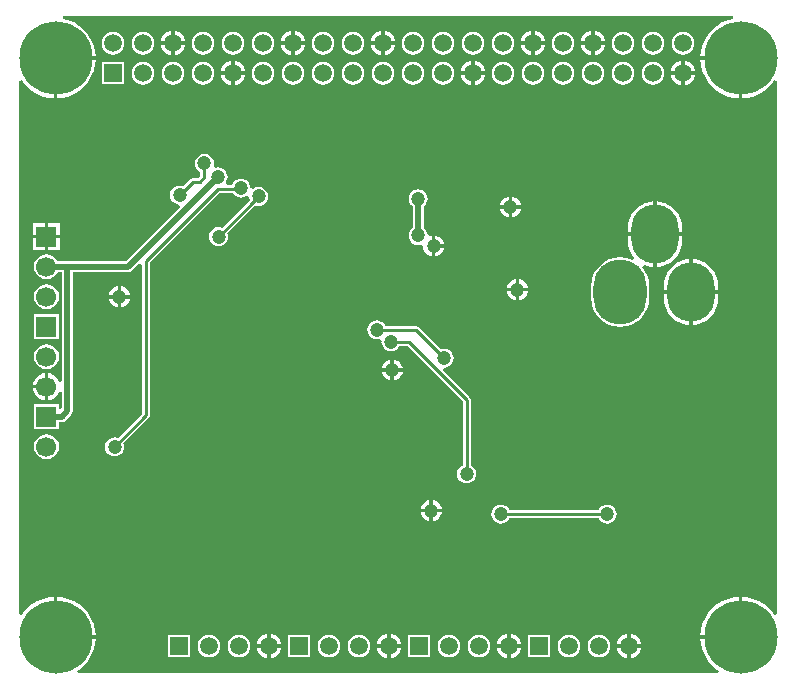
<source format=gbl>
%FSLAX44Y44*%
%MOMM*%
G71*
G01*
G75*
G04 Layer_Physical_Order=2*
G04 Layer_Color=16711680*
%ADD10R,0.9000X0.7000*%
%ADD11R,0.6500X1.1000*%
%ADD12O,0.6000X2.2000*%
%ADD13R,0.8000X0.9000*%
%ADD14R,0.7000X0.9000*%
%ADD15O,0.6000X1.9000*%
%ADD16R,0.6000X1.1500*%
%ADD17R,1.1500X0.6000*%
%ADD18R,0.9000X0.8000*%
G04:AMPARAMS|DCode=19|XSize=1.9mm|YSize=3.2mm|CornerRadius=0mm|HoleSize=0mm|Usage=FLASHONLY|Rotation=90.000|XOffset=0mm|YOffset=0mm|HoleType=Round|Shape=Octagon|*
%AMOCTAGOND19*
4,1,8,-1.6000,-0.4750,-1.6000,0.4750,-1.1250,0.9500,1.1250,0.9500,1.6000,0.4750,1.6000,-0.4750,1.1250,-0.9500,-1.1250,-0.9500,-1.6000,-0.4750,0.0*
%
%ADD19OCTAGOND19*%

%ADD20R,1.4000X0.6000*%
%ADD21R,1.8000X0.6000*%
%ADD22R,1.2000X1.4000*%
%ADD23C,0.5000*%
%ADD24C,0.2500*%
%ADD25C,1.5000*%
%ADD26R,1.5000X1.5000*%
%ADD27O,4.0000X5.0000*%
%ADD28O,4.5000X5.5000*%
%ADD29C,1.7000*%
%ADD30R,1.7000X1.7000*%
%ADD31C,6.2000*%
%ADD32C,1.2000*%
G36*
X958639Y793439D02*
X954461Y792436D01*
X949517Y790388D01*
X944954Y787592D01*
X940884Y784116D01*
X937408Y780046D01*
X934612Y775483D01*
X932564Y770539D01*
X931315Y765335D01*
X931013Y761500D01*
X965000D01*
Y760000D01*
X966500D01*
Y726013D01*
X970335Y726315D01*
X975539Y727564D01*
X980483Y729612D01*
X985046Y732408D01*
X989116Y735884D01*
X992592Y739954D01*
X993515Y741461D01*
X995922Y740783D01*
Y289217D01*
X993515Y288539D01*
X992592Y290047D01*
X989116Y294116D01*
X985046Y297592D01*
X980483Y300388D01*
X975539Y302436D01*
X970335Y303685D01*
X966500Y303987D01*
Y270000D01*
X965000D01*
Y268500D01*
X931013D01*
X931315Y264665D01*
X932564Y259461D01*
X934612Y254517D01*
X937408Y249953D01*
X940884Y245884D01*
X944954Y242408D01*
X946461Y241485D01*
X945783Y239078D01*
X404217D01*
X403539Y241485D01*
X405047Y242408D01*
X409116Y245884D01*
X412592Y249953D01*
X415388Y254517D01*
X417436Y259461D01*
X418685Y264665D01*
X418987Y268500D01*
X385000D01*
Y270000D01*
X383500D01*
Y303987D01*
X379665Y303685D01*
X374461Y302436D01*
X369517Y300388D01*
X364953Y297592D01*
X360884Y294116D01*
X357408Y290047D01*
X356484Y288539D01*
X354078Y289217D01*
Y293000D01*
X354078Y293000D01*
X354078Y293000D01*
Y293000D01*
Y740783D01*
X356484Y741461D01*
X357408Y739954D01*
X360884Y735884D01*
X364953Y732408D01*
X369517Y729612D01*
X374461Y727564D01*
X379665Y726315D01*
X383500Y726013D01*
Y760000D01*
X385000D01*
Y761500D01*
X418987D01*
X418685Y765335D01*
X417436Y770539D01*
X415388Y775483D01*
X412592Y780046D01*
X409116Y784116D01*
X405047Y787592D01*
X400483Y790388D01*
X395539Y792436D01*
X391361Y793439D01*
X391655Y795922D01*
X958345D01*
X958639Y793439D01*
D02*
G37*
%LPC*%
G36*
X377300Y568691D02*
X374559Y568330D01*
X372005Y567272D01*
X369811Y565589D01*
X368128Y563395D01*
X367070Y560841D01*
X366709Y558100D01*
X367070Y555359D01*
X368128Y552805D01*
X369811Y550611D01*
X372005Y548928D01*
X374559Y547870D01*
X377300Y547509D01*
X380041Y547870D01*
X382595Y548928D01*
X384789Y550611D01*
X386472Y552805D01*
X387530Y555359D01*
X387891Y558100D01*
X387530Y560841D01*
X386472Y563395D01*
X384789Y565589D01*
X382595Y567272D01*
X380041Y568330D01*
X377300Y568691D01*
D02*
G37*
G36*
X437500Y556500D02*
X430120D01*
X430232Y555651D01*
X431138Y553461D01*
X432581Y551581D01*
X434461Y550139D01*
X436651Y549232D01*
X437500Y549120D01*
Y556500D01*
D02*
G37*
G36*
X921500Y560500D02*
X899889D01*
Y557000D01*
X900333Y552491D01*
X901648Y548156D01*
X903784Y544160D01*
X906658Y540658D01*
X910160Y537784D01*
X914156Y535648D01*
X918491Y534333D01*
X921500Y534036D01*
Y560500D01*
D02*
G37*
G36*
X946111D02*
X924500D01*
Y534036D01*
X927509Y534333D01*
X931844Y535648D01*
X935840Y537784D01*
X939342Y540658D01*
X942216Y544160D01*
X944352Y548156D01*
X945667Y552491D01*
X946111Y557000D01*
Y560500D01*
D02*
G37*
G36*
X774500Y562500D02*
X767120D01*
X767232Y561651D01*
X768139Y559461D01*
X769581Y557581D01*
X771461Y556138D01*
X773651Y555232D01*
X774500Y555120D01*
Y562500D01*
D02*
G37*
G36*
X784880D02*
X777500D01*
Y555120D01*
X778350Y555232D01*
X780539Y556138D01*
X782419Y557581D01*
X783861Y559461D01*
X784768Y561651D01*
X784880Y562500D01*
D02*
G37*
G36*
X437500Y566880D02*
X436651Y566768D01*
X434461Y565862D01*
X432581Y564419D01*
X431138Y562539D01*
X430232Y560350D01*
X430120Y559500D01*
X437500D01*
Y566880D01*
D02*
G37*
G36*
X447880Y556500D02*
X440500D01*
Y549120D01*
X441349Y549232D01*
X443539Y550139D01*
X445419Y551581D01*
X446861Y553461D01*
X447768Y555651D01*
X447880Y556500D01*
D02*
G37*
G36*
X387800Y543200D02*
X366800D01*
Y522200D01*
X387800D01*
Y543200D01*
D02*
G37*
G36*
X668499Y494499D02*
X661118D01*
X661230Y493649D01*
X662137Y491460D01*
X663580Y489580D01*
X665460Y488138D01*
X667649Y487231D01*
X668499Y487119D01*
Y494499D01*
D02*
G37*
G36*
X678879D02*
X671499D01*
Y487119D01*
X672348Y487231D01*
X674538Y488138D01*
X676417Y489580D01*
X677860Y491460D01*
X678767Y493649D01*
X678879Y494499D01*
D02*
G37*
G36*
X375800Y480400D02*
X365898D01*
X366096Y478898D01*
X367255Y476100D01*
X369098Y473698D01*
X371500Y471855D01*
X374298Y470696D01*
X375800Y470498D01*
Y480400D01*
D02*
G37*
G36*
Y493302D02*
X374298Y493104D01*
X371500Y491945D01*
X369098Y490102D01*
X367255Y487700D01*
X366096Y484902D01*
X365898Y483400D01*
X375800D01*
Y493302D01*
D02*
G37*
G36*
X671499Y504879D02*
Y497499D01*
X678879D01*
X678767Y498349D01*
X677860Y500538D01*
X676417Y502418D01*
X674538Y503861D01*
X672348Y504767D01*
X671499Y504879D01*
D02*
G37*
G36*
X656999Y538068D02*
X654910Y537793D01*
X652964Y536987D01*
X651293Y535705D01*
X650011Y534034D01*
X649205Y532087D01*
X648930Y529999D01*
X649205Y527910D01*
X650011Y525964D01*
X651293Y524293D01*
X652964Y523011D01*
X654910Y522205D01*
X656999Y521930D01*
X659087Y522205D01*
X659087Y522205D01*
X659087Y522205D01*
X659369Y522189D01*
X660965Y520265D01*
X660930Y519999D01*
X661205Y517910D01*
X662011Y515964D01*
X663293Y514293D01*
X664964Y513011D01*
X666910Y512205D01*
X668999Y511930D01*
X671087Y512205D01*
X673033Y513011D01*
X674704Y514293D01*
X675987Y515964D01*
X676285Y516685D01*
X682444D01*
X729686Y469443D01*
Y415286D01*
X728966Y414988D01*
X727294Y413706D01*
X726012Y412034D01*
X725206Y410088D01*
X724931Y408000D01*
X725206Y405912D01*
X726012Y403965D01*
X727294Y402294D01*
X728966Y401012D01*
X730912Y400206D01*
X733000Y399931D01*
X735088Y400206D01*
X737035Y401012D01*
X738706Y402294D01*
X739988Y403965D01*
X740794Y405912D01*
X741069Y408000D01*
X740794Y410088D01*
X739988Y412034D01*
X738706Y413706D01*
X737035Y414988D01*
X736314Y415286D01*
Y470816D01*
X736103Y471874D01*
X736061Y472084D01*
X735343Y473159D01*
X712802Y495700D01*
X713908Y497942D01*
X713999Y497930D01*
X716087Y498205D01*
X718033Y499011D01*
X719704Y500293D01*
X720986Y501964D01*
X721793Y503911D01*
X722068Y505999D01*
X721793Y508087D01*
X720986Y510033D01*
X719704Y511705D01*
X718033Y512987D01*
X716087Y513793D01*
X713999Y514068D01*
X711910Y513793D01*
X711189Y513494D01*
X692202Y532482D01*
X691127Y533200D01*
X690916Y533242D01*
X689859Y533453D01*
X664227D01*
X663987Y534034D01*
X662704Y535705D01*
X661033Y536987D01*
X659087Y537793D01*
X656999Y538068D01*
D02*
G37*
G36*
X377300Y517891D02*
X374559Y517530D01*
X372005Y516472D01*
X369811Y514789D01*
X368128Y512595D01*
X367070Y510041D01*
X366709Y507300D01*
X367070Y504559D01*
X368128Y502005D01*
X369811Y499811D01*
X372005Y498128D01*
X374559Y497070D01*
X377300Y496709D01*
X380041Y497070D01*
X382595Y498128D01*
X384789Y499811D01*
X386472Y502005D01*
X387530Y504559D01*
X387891Y507300D01*
X387530Y510041D01*
X386472Y512595D01*
X384789Y514789D01*
X382595Y516472D01*
X380041Y517530D01*
X377300Y517891D01*
D02*
G37*
G36*
X668499Y504879D02*
X667649Y504767D01*
X665460Y503861D01*
X663580Y502418D01*
X662137Y500538D01*
X661230Y498349D01*
X661118Y497499D01*
X668499D01*
Y504879D01*
D02*
G37*
G36*
X706500Y609880D02*
Y602500D01*
X713880D01*
X713768Y603349D01*
X712861Y605539D01*
X711419Y607419D01*
X709539Y608862D01*
X707349Y609768D01*
X706500Y609880D01*
D02*
G37*
G36*
X375800Y620400D02*
X365800D01*
Y610400D01*
X375800D01*
Y620400D01*
D02*
G37*
G36*
Y607400D02*
X365800D01*
Y597400D01*
X375800D01*
Y607400D01*
D02*
G37*
G36*
X388800D02*
X378800D01*
Y597400D01*
X388800D01*
Y607400D01*
D02*
G37*
G36*
X894000Y638964D02*
Y612500D01*
X915611D01*
Y616000D01*
X915167Y620509D01*
X913852Y624844D01*
X911716Y628840D01*
X908842Y632342D01*
X905340Y635216D01*
X901344Y637352D01*
X897009Y638667D01*
X894000Y638964D01*
D02*
G37*
G36*
X768550Y632550D02*
X761170D01*
X761282Y631701D01*
X762188Y629511D01*
X763631Y627631D01*
X765511Y626189D01*
X767701Y625282D01*
X768550Y625170D01*
Y632550D01*
D02*
G37*
G36*
X388800Y620400D02*
X378800D01*
Y610400D01*
X388800D01*
Y620400D01*
D02*
G37*
G36*
X891000Y638964D02*
X887991Y638667D01*
X883656Y637352D01*
X879660Y635216D01*
X876158Y632342D01*
X873284Y628840D01*
X871148Y624844D01*
X869833Y620509D01*
X869389Y616000D01*
Y612500D01*
X891000D01*
Y638964D01*
D02*
G37*
G36*
X713880Y599500D02*
X706500D01*
Y592120D01*
X707349Y592232D01*
X709539Y593139D01*
X711419Y594581D01*
X712861Y596461D01*
X713768Y598651D01*
X713880Y599500D01*
D02*
G37*
G36*
X924500Y589963D02*
Y563500D01*
X946111D01*
Y567000D01*
X945667Y571509D01*
X944352Y575844D01*
X942216Y579840D01*
X939342Y583342D01*
X935840Y586216D01*
X931844Y588352D01*
X927509Y589667D01*
X924500Y589963D01*
D02*
G37*
G36*
X774500Y572880D02*
X773651Y572768D01*
X771461Y571861D01*
X769581Y570419D01*
X768139Y568539D01*
X767232Y566349D01*
X767120Y565500D01*
X774500D01*
Y572880D01*
D02*
G37*
G36*
X440500Y566880D02*
Y559500D01*
X447880D01*
X447768Y560350D01*
X446861Y562539D01*
X445419Y564419D01*
X443539Y565862D01*
X441349Y566768D01*
X440500Y566880D01*
D02*
G37*
G36*
X921500Y589963D02*
X918491Y589667D01*
X914156Y588352D01*
X910160Y586216D01*
X906658Y583342D01*
X903784Y579840D01*
X901648Y575844D01*
X900333Y571509D01*
X899889Y567000D01*
Y563500D01*
X921500D01*
Y589963D01*
D02*
G37*
G36*
X891000Y609500D02*
X869389D01*
Y606000D01*
X869833Y601491D01*
X871148Y597156D01*
X873284Y593160D01*
X874887Y591207D01*
X873301Y589274D01*
X872421Y589744D01*
X867803Y591146D01*
X863000Y591618D01*
X858197Y591146D01*
X853579Y589744D01*
X849323Y587470D01*
X845592Y584408D01*
X842530Y580677D01*
X840255Y576421D01*
X838855Y571803D01*
X838382Y567000D01*
Y557000D01*
X838855Y552197D01*
X840255Y547579D01*
X842530Y543323D01*
X845592Y539592D01*
X849323Y536530D01*
X853579Y534255D01*
X858197Y532854D01*
X863000Y532382D01*
X867803Y532854D01*
X872421Y534255D01*
X876677Y536530D01*
X880408Y539592D01*
X883470Y543323D01*
X885745Y547579D01*
X887145Y552197D01*
X887618Y557000D01*
Y567000D01*
X887145Y571803D01*
X885745Y576421D01*
X883470Y580677D01*
X881584Y582975D01*
X883170Y584908D01*
X883656Y584648D01*
X887991Y583333D01*
X891000Y583036D01*
Y609500D01*
D02*
G37*
G36*
X691999Y649068D02*
X689910Y648793D01*
X687964Y647987D01*
X686293Y646704D01*
X685011Y645033D01*
X684204Y643087D01*
X683930Y640999D01*
X684204Y638910D01*
X685011Y636964D01*
X686293Y635293D01*
X687411Y634436D01*
Y616562D01*
X686293Y615704D01*
X685011Y614033D01*
X684204Y612087D01*
X683930Y609999D01*
X684204Y607910D01*
X685011Y605964D01*
X686293Y604293D01*
X687964Y603011D01*
X689910Y602205D01*
X691999Y601930D01*
X693983Y602191D01*
X695966Y600669D01*
X696232Y598651D01*
X697139Y596461D01*
X698581Y594581D01*
X700461Y593139D01*
X702651Y592232D01*
X703500Y592120D01*
Y601000D01*
Y609880D01*
X702651Y609768D01*
X702450Y609685D01*
X701732Y609780D01*
X699962Y610801D01*
X699793Y612087D01*
X698987Y614033D01*
X697704Y615704D01*
X696587Y616562D01*
Y634436D01*
X697704Y635293D01*
X698987Y636964D01*
X699793Y638910D01*
X700068Y640999D01*
X699793Y643087D01*
X698987Y645033D01*
X697704Y646704D01*
X696033Y647987D01*
X694087Y648793D01*
X691999Y649068D01*
D02*
G37*
G36*
X777500Y572880D02*
Y565500D01*
X784880D01*
X784768Y566349D01*
X783861Y568539D01*
X782419Y570419D01*
X780539Y571861D01*
X778350Y572768D01*
X777500Y572880D01*
D02*
G37*
G36*
X915611Y609500D02*
X894000D01*
Y583036D01*
X897009Y583333D01*
X901344Y584648D01*
X905340Y586784D01*
X908842Y589658D01*
X911716Y593160D01*
X913852Y597156D01*
X915167Y601491D01*
X915611Y606000D01*
Y609500D01*
D02*
G37*
G36*
X377300Y441691D02*
X374559Y441330D01*
X372005Y440272D01*
X369811Y438589D01*
X368128Y436395D01*
X367070Y433841D01*
X366709Y431100D01*
X367070Y428359D01*
X368128Y425805D01*
X369811Y423611D01*
X372005Y421928D01*
X374559Y420870D01*
X377300Y420509D01*
X380041Y420870D01*
X382595Y421928D01*
X384789Y423611D01*
X386472Y425805D01*
X387530Y428359D01*
X387891Y431100D01*
X387530Y433841D01*
X386472Y436395D01*
X384789Y438589D01*
X382595Y440272D01*
X380041Y441330D01*
X377300Y441691D01*
D02*
G37*
G36*
X641900Y271882D02*
X639420Y271556D01*
X637109Y270598D01*
X635125Y269076D01*
X633602Y267091D01*
X632645Y264780D01*
X632318Y262300D01*
X632645Y259820D01*
X633602Y257509D01*
X635125Y255525D01*
X637109Y254002D01*
X639420Y253045D01*
X641900Y252718D01*
X644380Y253045D01*
X646691Y254002D01*
X648676Y255525D01*
X650198Y257509D01*
X651155Y259820D01*
X651482Y262300D01*
X651155Y264780D01*
X650198Y267091D01*
X648676Y269076D01*
X646691Y270598D01*
X644380Y271556D01*
X641900Y271882D01*
D02*
G37*
G36*
X718100D02*
X715620Y271556D01*
X713309Y270598D01*
X711325Y269076D01*
X709802Y267091D01*
X708845Y264780D01*
X708518Y262300D01*
X708845Y259820D01*
X709802Y257509D01*
X711325Y255525D01*
X713309Y254002D01*
X715620Y253045D01*
X718100Y252718D01*
X720580Y253045D01*
X722891Y254002D01*
X724875Y255525D01*
X726398Y257509D01*
X727355Y259820D01*
X727682Y262300D01*
X727355Y264780D01*
X726398Y267091D01*
X724875Y269076D01*
X722891Y270598D01*
X720580Y271556D01*
X718100Y271882D01*
D02*
G37*
G36*
X540300D02*
X537820Y271556D01*
X535509Y270598D01*
X533525Y269076D01*
X532002Y267091D01*
X531045Y264780D01*
X530718Y262300D01*
X531045Y259820D01*
X532002Y257509D01*
X533525Y255525D01*
X535509Y254002D01*
X537820Y253045D01*
X540300Y252718D01*
X542780Y253045D01*
X545091Y254002D01*
X547076Y255525D01*
X548598Y257509D01*
X549556Y259820D01*
X549882Y262300D01*
X549556Y264780D01*
X548598Y267091D01*
X547076Y269076D01*
X545091Y270598D01*
X542780Y271556D01*
X540300Y271882D01*
D02*
G37*
G36*
X616500D02*
X614020Y271556D01*
X611709Y270598D01*
X609725Y269076D01*
X608202Y267091D01*
X607245Y264780D01*
X606918Y262300D01*
X607245Y259820D01*
X608202Y257509D01*
X609725Y255525D01*
X611709Y254002D01*
X614020Y253045D01*
X616500Y252718D01*
X618980Y253045D01*
X621291Y254002D01*
X623275Y255525D01*
X624798Y257509D01*
X625756Y259820D01*
X626082Y262300D01*
X625756Y264780D01*
X624798Y267091D01*
X623275Y269076D01*
X621291Y270598D01*
X618980Y271556D01*
X616500Y271882D01*
D02*
G37*
G36*
X845100D02*
X842620Y271556D01*
X840309Y270598D01*
X838325Y269076D01*
X836802Y267091D01*
X835845Y264780D01*
X835518Y262300D01*
X835845Y259820D01*
X836802Y257509D01*
X838325Y255525D01*
X840309Y254002D01*
X842620Y253045D01*
X845100Y252718D01*
X847580Y253045D01*
X849891Y254002D01*
X851876Y255525D01*
X853398Y257509D01*
X854355Y259820D01*
X854682Y262300D01*
X854355Y264780D01*
X853398Y267091D01*
X851876Y269076D01*
X849891Y270598D01*
X847580Y271556D01*
X845100Y271882D01*
D02*
G37*
G36*
X499000Y271800D02*
X480000D01*
Y252800D01*
X499000D01*
Y271800D01*
D02*
G37*
G36*
X743500Y271882D02*
X741020Y271556D01*
X738709Y270598D01*
X736725Y269076D01*
X735202Y267091D01*
X734245Y264780D01*
X733918Y262300D01*
X734245Y259820D01*
X735202Y257509D01*
X736725Y255525D01*
X738709Y254002D01*
X741020Y253045D01*
X743500Y252718D01*
X745980Y253045D01*
X748291Y254002D01*
X750275Y255525D01*
X751798Y257509D01*
X752756Y259820D01*
X753082Y262300D01*
X752756Y264780D01*
X751798Y267091D01*
X750275Y269076D01*
X748291Y270598D01*
X745980Y271556D01*
X743500Y271882D01*
D02*
G37*
G36*
X819700D02*
X817220Y271556D01*
X814909Y270598D01*
X812925Y269076D01*
X811402Y267091D01*
X810445Y264780D01*
X810118Y262300D01*
X810445Y259820D01*
X811402Y257509D01*
X812925Y255525D01*
X814909Y254002D01*
X817220Y253045D01*
X819700Y252718D01*
X822180Y253045D01*
X824491Y254002D01*
X826476Y255525D01*
X827998Y257509D01*
X828956Y259820D01*
X829282Y262300D01*
X828956Y264780D01*
X827998Y267091D01*
X826476Y269076D01*
X824491Y270598D01*
X822180Y271556D01*
X819700Y271882D01*
D02*
G37*
G36*
X514900D02*
X512420Y271556D01*
X510109Y270598D01*
X508125Y269076D01*
X506602Y267091D01*
X505645Y264780D01*
X505318Y262300D01*
X505645Y259820D01*
X506602Y257509D01*
X508125Y255525D01*
X510109Y254002D01*
X512420Y253045D01*
X514900Y252718D01*
X517380Y253045D01*
X519691Y254002D01*
X521675Y255525D01*
X523198Y257509D01*
X524156Y259820D01*
X524482Y262300D01*
X524156Y264780D01*
X523198Y267091D01*
X521675Y269076D01*
X519691Y270598D01*
X517380Y271556D01*
X514900Y271882D01*
D02*
G37*
G36*
X665800Y260800D02*
X656907D01*
X657070Y259559D01*
X658128Y257005D01*
X659811Y254811D01*
X662005Y253128D01*
X664559Y252070D01*
X665800Y251907D01*
Y260800D01*
D02*
G37*
G36*
X677693D02*
X668800D01*
Y251907D01*
X670041Y252070D01*
X672595Y253128D01*
X674789Y254811D01*
X676472Y257005D01*
X677530Y259559D01*
X677693Y260800D01*
D02*
G37*
G36*
X564200D02*
X555307D01*
X555470Y259559D01*
X556528Y257005D01*
X558211Y254811D01*
X560405Y253128D01*
X562959Y252070D01*
X564200Y251907D01*
Y260800D01*
D02*
G37*
G36*
X576093D02*
X567200D01*
Y251907D01*
X568441Y252070D01*
X570995Y253128D01*
X573189Y254811D01*
X574872Y257005D01*
X575930Y259559D01*
X576093Y260800D01*
D02*
G37*
G36*
X869000D02*
X860107D01*
X860270Y259559D01*
X861328Y257005D01*
X863011Y254811D01*
X865205Y253128D01*
X867759Y252070D01*
X869000Y251907D01*
Y260800D01*
D02*
G37*
G36*
X880893D02*
X872000D01*
Y251907D01*
X873241Y252070D01*
X875795Y253128D01*
X877989Y254811D01*
X879672Y257005D01*
X880730Y259559D01*
X880893Y260800D01*
D02*
G37*
G36*
X767400D02*
X758507D01*
X758670Y259559D01*
X759728Y257005D01*
X761411Y254811D01*
X763605Y253128D01*
X766159Y252070D01*
X767400Y251907D01*
Y260800D01*
D02*
G37*
G36*
X779293D02*
X770400D01*
Y251907D01*
X771641Y252070D01*
X774195Y253128D01*
X776389Y254811D01*
X778072Y257005D01*
X779130Y259559D01*
X779293Y260800D01*
D02*
G37*
G36*
X600600Y271800D02*
X581600D01*
Y252800D01*
X600600D01*
Y271800D01*
D02*
G37*
G36*
X963500Y303987D02*
X959665Y303685D01*
X954461Y302436D01*
X949517Y300388D01*
X944954Y297592D01*
X940884Y294116D01*
X937408Y290047D01*
X934612Y285483D01*
X932564Y280539D01*
X931315Y275335D01*
X931013Y271500D01*
X963500D01*
Y303987D01*
D02*
G37*
G36*
X701500Y375500D02*
X694120D01*
X694232Y374650D01*
X695139Y372461D01*
X696581Y370581D01*
X698461Y369138D01*
X700650Y368232D01*
X701500Y368120D01*
Y375500D01*
D02*
G37*
G36*
X872000Y272693D02*
Y263800D01*
X880893D01*
X880730Y265041D01*
X879672Y267595D01*
X877989Y269789D01*
X875795Y271472D01*
X873241Y272530D01*
X872000Y272693D01*
D02*
G37*
G36*
X386500Y303987D02*
Y271500D01*
X418987D01*
X418685Y275335D01*
X417436Y280539D01*
X415388Y285483D01*
X412592Y290047D01*
X409116Y294116D01*
X405047Y297592D01*
X400483Y300388D01*
X395539Y302436D01*
X390335Y303685D01*
X386500Y303987D01*
D02*
G37*
G36*
X701500Y385880D02*
X700650Y385768D01*
X698461Y384861D01*
X696581Y383419D01*
X695139Y381539D01*
X694232Y379350D01*
X694120Y378500D01*
X701500D01*
Y385880D01*
D02*
G37*
G36*
X704500D02*
Y378500D01*
X711880D01*
X711768Y379350D01*
X710862Y381539D01*
X709419Y383419D01*
X707539Y384861D01*
X705350Y385768D01*
X704500Y385880D01*
D02*
G37*
G36*
X711880Y375500D02*
X704500D01*
Y368120D01*
X705350Y368232D01*
X707539Y369138D01*
X709419Y370581D01*
X710862Y372461D01*
X711768Y374650D01*
X711880Y375500D01*
D02*
G37*
G36*
X852000Y382069D02*
X849912Y381794D01*
X847965Y380988D01*
X846294Y379706D01*
X845012Y378035D01*
X844713Y377314D01*
X769286D01*
X768988Y378035D01*
X767706Y379706D01*
X766034Y380988D01*
X764088Y381794D01*
X762000Y382069D01*
X759912Y381794D01*
X757965Y380988D01*
X756294Y379706D01*
X755012Y378035D01*
X754206Y376088D01*
X753931Y374000D01*
X754206Y371912D01*
X755012Y369966D01*
X756294Y368294D01*
X757965Y367012D01*
X759912Y366206D01*
X762000Y365931D01*
X764088Y366206D01*
X766034Y367012D01*
X767706Y368294D01*
X768988Y369966D01*
X769286Y370686D01*
X844713D01*
X845012Y369966D01*
X846294Y368294D01*
X847965Y367012D01*
X849912Y366206D01*
X852000Y365931D01*
X854088Y366206D01*
X856034Y367012D01*
X857706Y368294D01*
X858988Y369966D01*
X859794Y371912D01*
X860069Y374000D01*
X859794Y376088D01*
X858988Y378035D01*
X857706Y379706D01*
X856034Y380988D01*
X854088Y381794D01*
X852000Y382069D01*
D02*
G37*
G36*
X869000Y272693D02*
X867759Y272530D01*
X865205Y271472D01*
X863011Y269789D01*
X861328Y267595D01*
X860270Y265041D01*
X860107Y263800D01*
X869000D01*
Y272693D01*
D02*
G37*
G36*
X564200D02*
X562959Y272530D01*
X560405Y271472D01*
X558211Y269789D01*
X556528Y267595D01*
X555470Y265041D01*
X555307Y263800D01*
X564200D01*
Y272693D01*
D02*
G37*
G36*
X567200D02*
Y263800D01*
X576093D01*
X575930Y265041D01*
X574872Y267595D01*
X573189Y269789D01*
X570995Y271472D01*
X568441Y272530D01*
X567200Y272693D01*
D02*
G37*
G36*
X702200Y271800D02*
X683200D01*
Y252800D01*
X702200D01*
Y271800D01*
D02*
G37*
G36*
X803800D02*
X784800D01*
Y252800D01*
X803800D01*
Y271800D01*
D02*
G37*
G36*
X767400Y272693D02*
X766159Y272530D01*
X763605Y271472D01*
X761411Y269789D01*
X759728Y267595D01*
X758670Y265041D01*
X758507Y263800D01*
X767400D01*
Y272693D01*
D02*
G37*
G36*
X770400D02*
Y263800D01*
X779293D01*
X779130Y265041D01*
X778072Y267595D01*
X776389Y269789D01*
X774195Y271472D01*
X771641Y272530D01*
X770400Y272693D01*
D02*
G37*
G36*
X665800D02*
X664559Y272530D01*
X662005Y271472D01*
X659811Y269789D01*
X658128Y267595D01*
X657070Y265041D01*
X656907Y263800D01*
X665800D01*
Y272693D01*
D02*
G37*
G36*
X668800D02*
Y263800D01*
X677693D01*
X677530Y265041D01*
X676472Y267595D01*
X674789Y269789D01*
X672595Y271472D01*
X670041Y272530D01*
X668800Y272693D01*
D02*
G37*
G36*
X459100Y782282D02*
X456620Y781955D01*
X454309Y780998D01*
X452324Y779475D01*
X450802Y777491D01*
X449845Y775180D01*
X449518Y772700D01*
X449845Y770220D01*
X450802Y767909D01*
X452324Y765925D01*
X454309Y764402D01*
X456620Y763445D01*
X459100Y763118D01*
X461580Y763445D01*
X463891Y764402D01*
X465875Y765925D01*
X467398Y767909D01*
X468355Y770220D01*
X468682Y772700D01*
X468355Y775180D01*
X467398Y777491D01*
X465875Y779475D01*
X463891Y780998D01*
X461580Y781955D01*
X459100Y782282D01*
D02*
G37*
G36*
X509900D02*
X507420Y781955D01*
X505109Y780998D01*
X503125Y779475D01*
X501602Y777491D01*
X500644Y775180D01*
X500318Y772700D01*
X500644Y770220D01*
X501602Y767909D01*
X503125Y765925D01*
X505109Y764402D01*
X507420Y763445D01*
X509900Y763118D01*
X512380Y763445D01*
X514691Y764402D01*
X516675Y765925D01*
X518198Y767909D01*
X519156Y770220D01*
X519482Y772700D01*
X519156Y775180D01*
X518198Y777491D01*
X516675Y779475D01*
X514691Y780998D01*
X512380Y781955D01*
X509900Y782282D01*
D02*
G37*
G36*
X850493Y771200D02*
X841600D01*
Y762307D01*
X842841Y762470D01*
X845395Y763528D01*
X847589Y765211D01*
X849272Y767405D01*
X850330Y769959D01*
X850493Y771200D01*
D02*
G37*
G36*
X433700Y782282D02*
X431220Y781955D01*
X428909Y780998D01*
X426925Y779475D01*
X425402Y777491D01*
X424445Y775180D01*
X424118Y772700D01*
X424445Y770220D01*
X425402Y767909D01*
X426925Y765925D01*
X428909Y764402D01*
X431220Y763445D01*
X433700Y763118D01*
X436180Y763445D01*
X438491Y764402D01*
X440475Y765925D01*
X441998Y767909D01*
X442956Y770220D01*
X443282Y772700D01*
X442956Y775180D01*
X441998Y777491D01*
X440475Y779475D01*
X438491Y780998D01*
X436180Y781955D01*
X433700Y782282D01*
D02*
G37*
G36*
X611500D02*
X609020Y781955D01*
X606709Y780998D01*
X604725Y779475D01*
X603202Y777491D01*
X602244Y775180D01*
X601918Y772700D01*
X602244Y770220D01*
X603202Y767909D01*
X604725Y765925D01*
X606709Y764402D01*
X609020Y763445D01*
X611500Y763118D01*
X613980Y763445D01*
X616291Y764402D01*
X618275Y765925D01*
X619798Y767909D01*
X620756Y770220D01*
X621082Y772700D01*
X620756Y775180D01*
X619798Y777491D01*
X618275Y779475D01*
X616291Y780998D01*
X613980Y781955D01*
X611500Y782282D01*
D02*
G37*
G36*
X636900D02*
X634420Y781955D01*
X632109Y780998D01*
X630125Y779475D01*
X628602Y777491D01*
X627645Y775180D01*
X627318Y772700D01*
X627645Y770220D01*
X628602Y767909D01*
X630125Y765925D01*
X632109Y764402D01*
X634420Y763445D01*
X636900Y763118D01*
X639380Y763445D01*
X641691Y764402D01*
X643675Y765925D01*
X645198Y767909D01*
X646155Y770220D01*
X646482Y772700D01*
X646155Y775180D01*
X645198Y777491D01*
X643675Y779475D01*
X641691Y780998D01*
X639380Y781955D01*
X636900Y782282D01*
D02*
G37*
G36*
X535300D02*
X532820Y781955D01*
X530509Y780998D01*
X528525Y779475D01*
X527002Y777491D01*
X526045Y775180D01*
X525718Y772700D01*
X526045Y770220D01*
X527002Y767909D01*
X528525Y765925D01*
X530509Y764402D01*
X532820Y763445D01*
X535300Y763118D01*
X537780Y763445D01*
X540091Y764402D01*
X542075Y765925D01*
X543598Y767909D01*
X544556Y770220D01*
X544882Y772700D01*
X544556Y775180D01*
X543598Y777491D01*
X542075Y779475D01*
X540091Y780998D01*
X537780Y781955D01*
X535300Y782282D01*
D02*
G37*
G36*
X560700D02*
X558220Y781955D01*
X555909Y780998D01*
X553924Y779475D01*
X552402Y777491D01*
X551445Y775180D01*
X551118Y772700D01*
X551445Y770220D01*
X552402Y767909D01*
X553924Y765925D01*
X555909Y764402D01*
X558220Y763445D01*
X560700Y763118D01*
X563180Y763445D01*
X565491Y764402D01*
X567475Y765925D01*
X568998Y767909D01*
X569955Y770220D01*
X570282Y772700D01*
X569955Y775180D01*
X568998Y777491D01*
X567475Y779475D01*
X565491Y780998D01*
X563180Y781955D01*
X560700Y782282D01*
D02*
G37*
G36*
X838600Y771200D02*
X829707D01*
X829870Y769959D01*
X830928Y767405D01*
X832611Y765211D01*
X834805Y763528D01*
X837359Y762470D01*
X838600Y762307D01*
Y771200D01*
D02*
G37*
G36*
X584600D02*
X575707D01*
X575870Y769959D01*
X576928Y767405D01*
X578611Y765211D01*
X580805Y763528D01*
X583359Y762470D01*
X584600Y762307D01*
Y771200D01*
D02*
G37*
G36*
X596493D02*
X587600D01*
Y762307D01*
X588841Y762470D01*
X591395Y763528D01*
X593589Y765211D01*
X595272Y767405D01*
X596330Y769959D01*
X596493Y771200D01*
D02*
G37*
G36*
X483000D02*
X474107D01*
X474270Y769959D01*
X475328Y767405D01*
X477011Y765211D01*
X479205Y763528D01*
X481759Y762470D01*
X483000Y762307D01*
Y771200D01*
D02*
G37*
G36*
X494893D02*
X486000D01*
Y762307D01*
X487241Y762470D01*
X489795Y763528D01*
X491989Y765211D01*
X493672Y767405D01*
X494730Y769959D01*
X494893Y771200D01*
D02*
G37*
G36*
X787800D02*
X778907D01*
X779070Y769959D01*
X780128Y767405D01*
X781811Y765211D01*
X784005Y763528D01*
X786559Y762470D01*
X787800Y762307D01*
Y771200D01*
D02*
G37*
G36*
X799693D02*
X790800D01*
Y762307D01*
X792041Y762470D01*
X794595Y763528D01*
X796789Y765211D01*
X798472Y767405D01*
X799530Y769959D01*
X799693Y771200D01*
D02*
G37*
G36*
X660800D02*
X651907D01*
X652070Y769959D01*
X653128Y767405D01*
X654811Y765211D01*
X657005Y763528D01*
X659559Y762470D01*
X660800Y762307D01*
Y771200D01*
D02*
G37*
G36*
X672693D02*
X663800D01*
Y762307D01*
X665041Y762470D01*
X667595Y763528D01*
X669789Y765211D01*
X671472Y767405D01*
X672530Y769959D01*
X672693Y771200D01*
D02*
G37*
G36*
X687700Y782282D02*
X685220Y781955D01*
X682909Y780998D01*
X680925Y779475D01*
X679402Y777491D01*
X678445Y775180D01*
X678118Y772700D01*
X678445Y770220D01*
X679402Y767909D01*
X680925Y765925D01*
X682909Y764402D01*
X685220Y763445D01*
X687700Y763118D01*
X690180Y763445D01*
X692491Y764402D01*
X694475Y765925D01*
X695998Y767909D01*
X696955Y770220D01*
X697282Y772700D01*
X696955Y775180D01*
X695998Y777491D01*
X694475Y779475D01*
X692491Y780998D01*
X690180Y781955D01*
X687700Y782282D01*
D02*
G37*
G36*
X660800Y783093D02*
X659559Y782930D01*
X657005Y781872D01*
X654811Y780189D01*
X653128Y777995D01*
X652070Y775441D01*
X651907Y774200D01*
X660800D01*
Y783093D01*
D02*
G37*
G36*
X663800D02*
Y774200D01*
X672693D01*
X672530Y775441D01*
X671472Y777995D01*
X669789Y780189D01*
X667595Y781872D01*
X665041Y782930D01*
X663800Y783093D01*
D02*
G37*
G36*
X584600D02*
X583359Y782930D01*
X580805Y781872D01*
X578611Y780189D01*
X576928Y777995D01*
X575870Y775441D01*
X575707Y774200D01*
X584600D01*
Y783093D01*
D02*
G37*
G36*
X587600D02*
Y774200D01*
X596493D01*
X596330Y775441D01*
X595272Y777995D01*
X593589Y780189D01*
X591395Y781872D01*
X588841Y782930D01*
X587600Y783093D01*
D02*
G37*
G36*
X838600D02*
X837359Y782930D01*
X834805Y781872D01*
X832611Y780189D01*
X830928Y777995D01*
X829870Y775441D01*
X829707Y774200D01*
X838600D01*
Y783093D01*
D02*
G37*
G36*
X841600D02*
Y774200D01*
X850493D01*
X850330Y775441D01*
X849272Y777995D01*
X847589Y780189D01*
X845395Y781872D01*
X842841Y782930D01*
X841600Y783093D01*
D02*
G37*
G36*
X787800D02*
X786559Y782930D01*
X784005Y781872D01*
X781811Y780189D01*
X780128Y777995D01*
X779070Y775441D01*
X778907Y774200D01*
X787800D01*
Y783093D01*
D02*
G37*
G36*
X790800D02*
Y774200D01*
X799693D01*
X799530Y775441D01*
X798472Y777995D01*
X796789Y780189D01*
X794595Y781872D01*
X792041Y782930D01*
X790800Y783093D01*
D02*
G37*
G36*
X486000D02*
Y774200D01*
X494893D01*
X494730Y775441D01*
X493672Y777995D01*
X491989Y780189D01*
X489795Y781872D01*
X487241Y782930D01*
X486000Y783093D01*
D02*
G37*
G36*
X763900Y782282D02*
X761420Y781955D01*
X759109Y780998D01*
X757124Y779475D01*
X755602Y777491D01*
X754644Y775180D01*
X754318Y772700D01*
X754644Y770220D01*
X755602Y767909D01*
X757124Y765925D01*
X759109Y764402D01*
X761420Y763445D01*
X763900Y763118D01*
X766380Y763445D01*
X768691Y764402D01*
X770675Y765925D01*
X772198Y767909D01*
X773156Y770220D01*
X773482Y772700D01*
X773156Y775180D01*
X772198Y777491D01*
X770675Y779475D01*
X768691Y780998D01*
X766380Y781955D01*
X763900Y782282D01*
D02*
G37*
G36*
X814700D02*
X812220Y781955D01*
X809909Y780998D01*
X807924Y779475D01*
X806402Y777491D01*
X805444Y775180D01*
X805118Y772700D01*
X805444Y770220D01*
X806402Y767909D01*
X807924Y765925D01*
X809909Y764402D01*
X812220Y763445D01*
X814700Y763118D01*
X817180Y763445D01*
X819491Y764402D01*
X821475Y765925D01*
X822998Y767909D01*
X823956Y770220D01*
X824282Y772700D01*
X823956Y775180D01*
X822998Y777491D01*
X821475Y779475D01*
X819491Y780998D01*
X817180Y781955D01*
X814700Y782282D01*
D02*
G37*
G36*
X713100D02*
X710620Y781955D01*
X708309Y780998D01*
X706324Y779475D01*
X704802Y777491D01*
X703845Y775180D01*
X703518Y772700D01*
X703845Y770220D01*
X704802Y767909D01*
X706324Y765925D01*
X708309Y764402D01*
X710620Y763445D01*
X713100Y763118D01*
X715580Y763445D01*
X717891Y764402D01*
X719875Y765925D01*
X721398Y767909D01*
X722355Y770220D01*
X722682Y772700D01*
X722355Y775180D01*
X721398Y777491D01*
X719875Y779475D01*
X717891Y780998D01*
X715580Y781955D01*
X713100Y782282D01*
D02*
G37*
G36*
X738500D02*
X736020Y781955D01*
X733709Y780998D01*
X731724Y779475D01*
X730202Y777491D01*
X729245Y775180D01*
X728918Y772700D01*
X729245Y770220D01*
X730202Y767909D01*
X731724Y765925D01*
X733709Y764402D01*
X736020Y763445D01*
X738500Y763118D01*
X740980Y763445D01*
X743291Y764402D01*
X745275Y765925D01*
X746798Y767909D01*
X747756Y770220D01*
X748082Y772700D01*
X747756Y775180D01*
X746798Y777491D01*
X745275Y779475D01*
X743291Y780998D01*
X740980Y781955D01*
X738500Y782282D01*
D02*
G37*
G36*
X916300D02*
X913820Y781955D01*
X911509Y780998D01*
X909525Y779475D01*
X908002Y777491D01*
X907045Y775180D01*
X906718Y772700D01*
X907045Y770220D01*
X908002Y767909D01*
X909525Y765925D01*
X911509Y764402D01*
X913820Y763445D01*
X916300Y763118D01*
X918780Y763445D01*
X921091Y764402D01*
X923075Y765925D01*
X924598Y767909D01*
X925555Y770220D01*
X925882Y772700D01*
X925555Y775180D01*
X924598Y777491D01*
X923075Y779475D01*
X921091Y780998D01*
X918780Y781955D01*
X916300Y782282D01*
D02*
G37*
G36*
X483000Y783093D02*
X481759Y782930D01*
X479205Y781872D01*
X477011Y780189D01*
X475328Y777995D01*
X474270Y775441D01*
X474107Y774200D01*
X483000D01*
Y783093D01*
D02*
G37*
G36*
X865500Y782282D02*
X863020Y781955D01*
X860709Y780998D01*
X858725Y779475D01*
X857202Y777491D01*
X856245Y775180D01*
X855918Y772700D01*
X856245Y770220D01*
X857202Y767909D01*
X858725Y765925D01*
X860709Y764402D01*
X863020Y763445D01*
X865500Y763118D01*
X867980Y763445D01*
X870291Y764402D01*
X872275Y765925D01*
X873798Y767909D01*
X874755Y770220D01*
X875082Y772700D01*
X874755Y775180D01*
X873798Y777491D01*
X872275Y779475D01*
X870291Y780998D01*
X867980Y781955D01*
X865500Y782282D01*
D02*
G37*
G36*
X890900D02*
X888420Y781955D01*
X886109Y780998D01*
X884125Y779475D01*
X882602Y777491D01*
X881645Y775180D01*
X881318Y772700D01*
X881645Y770220D01*
X882602Y767909D01*
X884125Y765925D01*
X886109Y764402D01*
X888420Y763445D01*
X890900Y763118D01*
X893380Y763445D01*
X895691Y764402D01*
X897675Y765925D01*
X899198Y767909D01*
X900155Y770220D01*
X900482Y772700D01*
X900155Y775180D01*
X899198Y777491D01*
X897675Y779475D01*
X895691Y780998D01*
X893380Y781955D01*
X890900Y782282D01*
D02*
G37*
G36*
X926693Y745800D02*
X917800D01*
Y736907D01*
X919041Y737070D01*
X921595Y738128D01*
X923789Y739811D01*
X925472Y742005D01*
X926530Y744559D01*
X926693Y745800D01*
D02*
G37*
G36*
X459100Y756882D02*
X456620Y756555D01*
X454309Y755598D01*
X452324Y754075D01*
X450802Y752091D01*
X449845Y749780D01*
X449518Y747300D01*
X449845Y744820D01*
X450802Y742509D01*
X452324Y740525D01*
X454309Y739002D01*
X456620Y738045D01*
X459100Y737718D01*
X461580Y738045D01*
X463891Y739002D01*
X465875Y740525D01*
X467398Y742509D01*
X468355Y744820D01*
X468682Y747300D01*
X468355Y749780D01*
X467398Y752091D01*
X465875Y754075D01*
X463891Y755598D01*
X461580Y756555D01*
X459100Y756882D01*
D02*
G37*
G36*
X748893Y745800D02*
X740000D01*
Y736907D01*
X741241Y737070D01*
X743795Y738128D01*
X745989Y739811D01*
X747672Y742005D01*
X748730Y744559D01*
X748893Y745800D01*
D02*
G37*
G36*
X914800D02*
X905907D01*
X906070Y744559D01*
X907128Y742005D01*
X908811Y739811D01*
X911005Y738128D01*
X913559Y737070D01*
X914800Y736907D01*
Y745800D01*
D02*
G37*
G36*
X560700Y756882D02*
X558220Y756555D01*
X555909Y755598D01*
X553924Y754075D01*
X552402Y752091D01*
X551445Y749780D01*
X551118Y747300D01*
X551445Y744820D01*
X552402Y742509D01*
X553924Y740525D01*
X555909Y739002D01*
X558220Y738045D01*
X560700Y737718D01*
X563180Y738045D01*
X565491Y739002D01*
X567475Y740525D01*
X568998Y742509D01*
X569955Y744820D01*
X570282Y747300D01*
X569955Y749780D01*
X568998Y752091D01*
X567475Y754075D01*
X565491Y755598D01*
X563180Y756555D01*
X560700Y756882D01*
D02*
G37*
G36*
X586100D02*
X583620Y756555D01*
X581309Y755598D01*
X579324Y754075D01*
X577802Y752091D01*
X576844Y749780D01*
X576518Y747300D01*
X576844Y744820D01*
X577802Y742509D01*
X579324Y740525D01*
X581309Y739002D01*
X583620Y738045D01*
X586100Y737718D01*
X588580Y738045D01*
X590891Y739002D01*
X592875Y740525D01*
X594398Y742509D01*
X595355Y744820D01*
X595682Y747300D01*
X595355Y749780D01*
X594398Y752091D01*
X592875Y754075D01*
X590891Y755598D01*
X588580Y756555D01*
X586100Y756882D01*
D02*
G37*
G36*
X484500D02*
X482020Y756555D01*
X479709Y755598D01*
X477724Y754075D01*
X476202Y752091D01*
X475244Y749780D01*
X474918Y747300D01*
X475244Y744820D01*
X476202Y742509D01*
X477724Y740525D01*
X479709Y739002D01*
X482020Y738045D01*
X484500Y737718D01*
X486980Y738045D01*
X489291Y739002D01*
X491275Y740525D01*
X492798Y742509D01*
X493755Y744820D01*
X494082Y747300D01*
X493755Y749780D01*
X492798Y752091D01*
X491275Y754075D01*
X489291Y755598D01*
X486980Y756555D01*
X484500Y756882D01*
D02*
G37*
G36*
X509900D02*
X507420Y756555D01*
X505109Y755598D01*
X503125Y754075D01*
X501602Y752091D01*
X500644Y749780D01*
X500318Y747300D01*
X500644Y744820D01*
X501602Y742509D01*
X503125Y740525D01*
X505109Y739002D01*
X507420Y738045D01*
X509900Y737718D01*
X512380Y738045D01*
X514691Y739002D01*
X516675Y740525D01*
X518198Y742509D01*
X519156Y744820D01*
X519482Y747300D01*
X519156Y749780D01*
X518198Y752091D01*
X516675Y754075D01*
X514691Y755598D01*
X512380Y756555D01*
X509900Y756882D01*
D02*
G37*
G36*
X737000Y745800D02*
X728107D01*
X728270Y744559D01*
X729328Y742005D01*
X731011Y739811D01*
X733205Y738128D01*
X735759Y737070D01*
X737000Y736907D01*
Y745800D01*
D02*
G37*
G36*
X771550Y642930D02*
Y635550D01*
X778930D01*
X778818Y636399D01*
X777911Y638589D01*
X776469Y640469D01*
X774589Y641911D01*
X772400Y642818D01*
X771550Y642930D01*
D02*
G37*
G36*
X510999Y679068D02*
X508911Y678793D01*
X506964Y677987D01*
X505293Y676704D01*
X504011Y675033D01*
X503205Y673087D01*
X502930Y670999D01*
X503205Y668910D01*
X504011Y666964D01*
X505293Y665293D01*
X506964Y664011D01*
X507685Y663712D01*
Y660371D01*
X505628Y658314D01*
X501000D01*
X499943Y658103D01*
X499732Y658061D01*
X498657Y657343D01*
X492808Y651494D01*
X492087Y651793D01*
X489999Y652068D01*
X487911Y651793D01*
X485965Y650987D01*
X484293Y649704D01*
X483011Y648033D01*
X482205Y646087D01*
X481930Y643999D01*
X482205Y641910D01*
X483011Y639964D01*
X484293Y638293D01*
X485965Y637011D01*
X487911Y636205D01*
X489460Y636001D01*
X490264Y633633D01*
X444719Y588088D01*
X386765D01*
X386472Y588795D01*
X384789Y590989D01*
X382595Y592672D01*
X380041Y593730D01*
X377300Y594091D01*
X374559Y593730D01*
X372005Y592672D01*
X369811Y590989D01*
X368128Y588795D01*
X367070Y586241D01*
X366709Y583500D01*
X367070Y580759D01*
X368128Y578205D01*
X369811Y576011D01*
X372005Y574328D01*
X374559Y573270D01*
X377300Y572909D01*
X380041Y573270D01*
X382595Y574328D01*
X384789Y576011D01*
X386472Y578205D01*
X386765Y578912D01*
X390412D01*
Y486703D01*
X387960Y486216D01*
X387345Y487700D01*
X385502Y490102D01*
X383100Y491945D01*
X380302Y493104D01*
X378800Y493302D01*
Y481900D01*
Y470498D01*
X380302Y470696D01*
X383100Y471855D01*
X385502Y473698D01*
X387345Y476100D01*
X387960Y477584D01*
X390412Y477097D01*
Y464723D01*
X388333Y463334D01*
X387800Y463555D01*
Y467000D01*
X366800D01*
Y446000D01*
X387800D01*
Y451912D01*
X390500D01*
X392256Y452261D01*
X393744Y453256D01*
X398244Y457756D01*
X399239Y459244D01*
X399588Y461000D01*
Y578912D01*
X446619D01*
X448375Y579261D01*
X449864Y580256D01*
X455877Y586269D01*
X458186Y585312D01*
Y489000D01*
Y458872D01*
X437809Y438495D01*
X437088Y438794D01*
X435000Y439069D01*
X432912Y438794D01*
X430965Y437988D01*
X429294Y436706D01*
X428012Y435034D01*
X427206Y433088D01*
X426931Y431000D01*
X427206Y428912D01*
X428012Y426965D01*
X429294Y425294D01*
X430965Y424012D01*
X432912Y423206D01*
X435000Y422931D01*
X437088Y423206D01*
X439035Y424012D01*
X440706Y425294D01*
X441988Y426965D01*
X442794Y428912D01*
X443069Y431000D01*
X442794Y433088D01*
X442495Y433809D01*
X463843Y455157D01*
X464323Y455875D01*
X464561Y456232D01*
X464814Y457500D01*
Y489000D01*
Y587127D01*
X523672Y645985D01*
X535002D01*
X535011Y645964D01*
X536293Y644293D01*
X537964Y643011D01*
X539911Y642205D01*
X541999Y641930D01*
X544087Y642205D01*
X546033Y643011D01*
X546446Y643327D01*
X547427Y643198D01*
X548944Y642570D01*
X549073Y641919D01*
X549206Y640912D01*
X549336Y640597D01*
X549432Y640118D01*
X525809Y616496D01*
X525088Y616794D01*
X523000Y617069D01*
X520912Y616794D01*
X518965Y615988D01*
X517294Y614706D01*
X516012Y613035D01*
X515206Y611088D01*
X514931Y609000D01*
X515206Y606912D01*
X516012Y604966D01*
X517294Y603294D01*
X518965Y602012D01*
X520912Y601206D01*
X523000Y600931D01*
X525088Y601206D01*
X527034Y602012D01*
X528706Y603294D01*
X529988Y604966D01*
X530794Y606912D01*
X531069Y609000D01*
X530794Y611088D01*
X530495Y611809D01*
X554191Y635504D01*
X554912Y635206D01*
X557000Y634931D01*
X559088Y635206D01*
X561035Y636012D01*
X562706Y637294D01*
X563988Y638965D01*
X564794Y640912D01*
X565069Y643000D01*
X564794Y645088D01*
X563988Y647035D01*
X562706Y648706D01*
X561035Y649988D01*
X559088Y650794D01*
X557000Y651069D01*
X554912Y650794D01*
X552966Y649988D01*
X552553Y649671D01*
X551572Y649801D01*
X550009Y650448D01*
X549793Y652087D01*
X548987Y654033D01*
X547705Y655704D01*
X546033Y656987D01*
X544087Y657793D01*
X541999Y658068D01*
X539911Y657793D01*
X537964Y656987D01*
X536293Y655704D01*
X535011Y654033D01*
X534423Y652613D01*
X530230D01*
X529125Y654855D01*
X529547Y655405D01*
X530353Y657351D01*
X530628Y659439D01*
X530353Y661527D01*
X529547Y663474D01*
X528264Y665145D01*
X526593Y666427D01*
X524647Y667233D01*
X522559Y667508D01*
X520574Y667247D01*
X518807Y669015D01*
X519068Y670999D01*
X518793Y673087D01*
X517987Y675033D01*
X516705Y676704D01*
X515033Y677987D01*
X513087Y678793D01*
X510999Y679068D01*
D02*
G37*
G36*
X778930Y632550D02*
X771550D01*
Y625170D01*
X772400Y625282D01*
X774589Y626189D01*
X776469Y627631D01*
X777911Y629511D01*
X778818Y631701D01*
X778930Y632550D01*
D02*
G37*
G36*
X768550Y642930D02*
X767701Y642818D01*
X765511Y641911D01*
X763631Y640469D01*
X762188Y638589D01*
X761282Y636399D01*
X761170Y635550D01*
X768550D01*
Y642930D01*
D02*
G37*
G36*
X533800Y745800D02*
X524907D01*
X525070Y744559D01*
X526128Y742005D01*
X527811Y739811D01*
X530005Y738128D01*
X532559Y737070D01*
X533800Y736907D01*
Y745800D01*
D02*
G37*
G36*
X545693D02*
X536800D01*
Y736907D01*
X538041Y737070D01*
X540595Y738128D01*
X542789Y739811D01*
X544472Y742005D01*
X545530Y744559D01*
X545693Y745800D01*
D02*
G37*
G36*
X418987Y758500D02*
X386500D01*
Y726013D01*
X390335Y726315D01*
X395539Y727564D01*
X400483Y729612D01*
X405047Y732408D01*
X409116Y735884D01*
X412592Y739954D01*
X415388Y744517D01*
X417436Y749461D01*
X418685Y754665D01*
X418987Y758500D01*
D02*
G37*
G36*
X963500D02*
X931013D01*
X931315Y754665D01*
X932564Y749461D01*
X934612Y744517D01*
X937408Y739954D01*
X940884Y735884D01*
X944954Y732408D01*
X949517Y729612D01*
X954461Y727564D01*
X959665Y726315D01*
X963500Y726013D01*
Y758500D01*
D02*
G37*
G36*
X611500Y756882D02*
X609020Y756555D01*
X606709Y755598D01*
X604725Y754075D01*
X603202Y752091D01*
X602244Y749780D01*
X601918Y747300D01*
X602244Y744820D01*
X603202Y742509D01*
X604725Y740525D01*
X606709Y739002D01*
X609020Y738045D01*
X611500Y737718D01*
X613980Y738045D01*
X616291Y739002D01*
X618275Y740525D01*
X619798Y742509D01*
X620756Y744820D01*
X621082Y747300D01*
X620756Y749780D01*
X619798Y752091D01*
X618275Y754075D01*
X616291Y755598D01*
X613980Y756555D01*
X611500Y756882D01*
D02*
G37*
G36*
X533800Y757693D02*
X532559Y757530D01*
X530005Y756472D01*
X527811Y754789D01*
X526128Y752595D01*
X525070Y750041D01*
X524907Y748800D01*
X533800D01*
Y757693D01*
D02*
G37*
G36*
X536800D02*
Y748800D01*
X545693D01*
X545530Y750041D01*
X544472Y752595D01*
X542789Y754789D01*
X540595Y756472D01*
X538041Y757530D01*
X536800Y757693D01*
D02*
G37*
G36*
X890900Y756882D02*
X888420Y756555D01*
X886109Y755598D01*
X884125Y754075D01*
X882602Y752091D01*
X881645Y749780D01*
X881318Y747300D01*
X881645Y744820D01*
X882602Y742509D01*
X884125Y740525D01*
X886109Y739002D01*
X888420Y738045D01*
X890900Y737718D01*
X893380Y738045D01*
X895691Y739002D01*
X897675Y740525D01*
X899198Y742509D01*
X900155Y744820D01*
X900482Y747300D01*
X900155Y749780D01*
X899198Y752091D01*
X897675Y754075D01*
X895691Y755598D01*
X893380Y756555D01*
X890900Y756882D01*
D02*
G37*
G36*
X443200Y756800D02*
X424200D01*
Y737800D01*
X443200D01*
Y756800D01*
D02*
G37*
G36*
X914800Y757693D02*
X913559Y757530D01*
X911005Y756472D01*
X908811Y754789D01*
X907128Y752595D01*
X906070Y750041D01*
X905907Y748800D01*
X914800D01*
Y757693D01*
D02*
G37*
G36*
X917800D02*
Y748800D01*
X926693D01*
X926530Y750041D01*
X925472Y752595D01*
X923789Y754789D01*
X921595Y756472D01*
X919041Y757530D01*
X917800Y757693D01*
D02*
G37*
G36*
X737000D02*
X735759Y757530D01*
X733205Y756472D01*
X731011Y754789D01*
X729328Y752595D01*
X728270Y750041D01*
X728107Y748800D01*
X737000D01*
Y757693D01*
D02*
G37*
G36*
X740000D02*
Y748800D01*
X748893D01*
X748730Y750041D01*
X747672Y752595D01*
X745989Y754789D01*
X743795Y756472D01*
X741241Y757530D01*
X740000Y757693D01*
D02*
G37*
G36*
X865500Y756882D02*
X863020Y756555D01*
X860709Y755598D01*
X858725Y754075D01*
X857202Y752091D01*
X856245Y749780D01*
X855918Y747300D01*
X856245Y744820D01*
X857202Y742509D01*
X858725Y740525D01*
X860709Y739002D01*
X863020Y738045D01*
X865500Y737718D01*
X867980Y738045D01*
X870291Y739002D01*
X872275Y740525D01*
X873798Y742509D01*
X874755Y744820D01*
X875082Y747300D01*
X874755Y749780D01*
X873798Y752091D01*
X872275Y754075D01*
X870291Y755598D01*
X867980Y756555D01*
X865500Y756882D01*
D02*
G37*
G36*
X687700D02*
X685220Y756555D01*
X682909Y755598D01*
X680925Y754075D01*
X679402Y752091D01*
X678445Y749780D01*
X678118Y747300D01*
X678445Y744820D01*
X679402Y742509D01*
X680925Y740525D01*
X682909Y739002D01*
X685220Y738045D01*
X687700Y737718D01*
X690180Y738045D01*
X692491Y739002D01*
X694475Y740525D01*
X695998Y742509D01*
X696955Y744820D01*
X697282Y747300D01*
X696955Y749780D01*
X695998Y752091D01*
X694475Y754075D01*
X692491Y755598D01*
X690180Y756555D01*
X687700Y756882D01*
D02*
G37*
G36*
X713100D02*
X710620Y756555D01*
X708309Y755598D01*
X706324Y754075D01*
X704802Y752091D01*
X703845Y749780D01*
X703518Y747300D01*
X703845Y744820D01*
X704802Y742509D01*
X706324Y740525D01*
X708309Y739002D01*
X710620Y738045D01*
X713100Y737718D01*
X715580Y738045D01*
X717891Y739002D01*
X719875Y740525D01*
X721398Y742509D01*
X722355Y744820D01*
X722682Y747300D01*
X722355Y749780D01*
X721398Y752091D01*
X719875Y754075D01*
X717891Y755598D01*
X715580Y756555D01*
X713100Y756882D01*
D02*
G37*
G36*
X636900D02*
X634420Y756555D01*
X632109Y755598D01*
X630125Y754075D01*
X628602Y752091D01*
X627645Y749780D01*
X627318Y747300D01*
X627645Y744820D01*
X628602Y742509D01*
X630125Y740525D01*
X632109Y739002D01*
X634420Y738045D01*
X636900Y737718D01*
X639380Y738045D01*
X641691Y739002D01*
X643675Y740525D01*
X645198Y742509D01*
X646155Y744820D01*
X646482Y747300D01*
X646155Y749780D01*
X645198Y752091D01*
X643675Y754075D01*
X641691Y755598D01*
X639380Y756555D01*
X636900Y756882D01*
D02*
G37*
G36*
X662300D02*
X659820Y756555D01*
X657509Y755598D01*
X655525Y754075D01*
X654002Y752091D01*
X653045Y749780D01*
X652718Y747300D01*
X653045Y744820D01*
X654002Y742509D01*
X655525Y740525D01*
X657509Y739002D01*
X659820Y738045D01*
X662300Y737718D01*
X664780Y738045D01*
X667091Y739002D01*
X669075Y740525D01*
X670598Y742509D01*
X671555Y744820D01*
X671882Y747300D01*
X671555Y749780D01*
X670598Y752091D01*
X669075Y754075D01*
X667091Y755598D01*
X664780Y756555D01*
X662300Y756882D01*
D02*
G37*
G36*
X814700D02*
X812220Y756555D01*
X809909Y755598D01*
X807924Y754075D01*
X806402Y752091D01*
X805444Y749780D01*
X805118Y747300D01*
X805444Y744820D01*
X806402Y742509D01*
X807924Y740525D01*
X809909Y739002D01*
X812220Y738045D01*
X814700Y737718D01*
X817180Y738045D01*
X819491Y739002D01*
X821475Y740525D01*
X822998Y742509D01*
X823956Y744820D01*
X824282Y747300D01*
X823956Y749780D01*
X822998Y752091D01*
X821475Y754075D01*
X819491Y755598D01*
X817180Y756555D01*
X814700Y756882D01*
D02*
G37*
G36*
X840100D02*
X837620Y756555D01*
X835309Y755598D01*
X833325Y754075D01*
X831802Y752091D01*
X830844Y749780D01*
X830518Y747300D01*
X830844Y744820D01*
X831802Y742509D01*
X833325Y740525D01*
X835309Y739002D01*
X837620Y738045D01*
X840100Y737718D01*
X842580Y738045D01*
X844891Y739002D01*
X846875Y740525D01*
X848398Y742509D01*
X849355Y744820D01*
X849682Y747300D01*
X849355Y749780D01*
X848398Y752091D01*
X846875Y754075D01*
X844891Y755598D01*
X842580Y756555D01*
X840100Y756882D01*
D02*
G37*
G36*
X763900D02*
X761420Y756555D01*
X759109Y755598D01*
X757124Y754075D01*
X755602Y752091D01*
X754644Y749780D01*
X754318Y747300D01*
X754644Y744820D01*
X755602Y742509D01*
X757124Y740525D01*
X759109Y739002D01*
X761420Y738045D01*
X763900Y737718D01*
X766380Y738045D01*
X768691Y739002D01*
X770675Y740525D01*
X772198Y742509D01*
X773156Y744820D01*
X773482Y747300D01*
X773156Y749780D01*
X772198Y752091D01*
X770675Y754075D01*
X768691Y755598D01*
X766380Y756555D01*
X763900Y756882D01*
D02*
G37*
G36*
X789300D02*
X786820Y756555D01*
X784509Y755598D01*
X782524Y754075D01*
X781002Y752091D01*
X780044Y749780D01*
X779718Y747300D01*
X780044Y744820D01*
X781002Y742509D01*
X782524Y740525D01*
X784509Y739002D01*
X786820Y738045D01*
X789300Y737718D01*
X791780Y738045D01*
X794091Y739002D01*
X796075Y740525D01*
X797598Y742509D01*
X798556Y744820D01*
X798882Y747300D01*
X798556Y749780D01*
X797598Y752091D01*
X796075Y754075D01*
X794091Y755598D01*
X791780Y756555D01*
X789300Y756882D01*
D02*
G37*
%LPD*%
D23*
X395000Y583500D02*
X446619D01*
X377300D02*
X395000D01*
X377300Y456500D02*
X390500D01*
X395000Y461000D01*
Y583500D01*
X446619D02*
X522559Y659439D01*
X691999Y609999D02*
Y640999D01*
D24*
X489999Y643999D02*
X501000Y655000D01*
X507000D01*
X510999Y658999D01*
Y670999D01*
X461500Y489000D02*
Y588500D01*
X522299Y649299D01*
X541299D01*
X541999Y649999D01*
X656999Y529999D02*
X657139Y530139D01*
X689859D01*
X713999Y505999D01*
X668999Y519999D02*
X683817D01*
X733000Y470816D01*
X759000Y374000D02*
X852000D01*
X461500Y457500D02*
Y489000D01*
X435000Y431000D02*
X461500Y457500D01*
X523000Y609000D02*
X554000Y640000D01*
X769000Y633000D02*
X770050Y634050D01*
X667000Y499000D02*
X669999Y496001D01*
Y495999D02*
Y496001D01*
X733000Y408000D02*
Y470816D01*
D25*
X916300Y772700D02*
D03*
Y747300D02*
D03*
X890900Y772700D02*
D03*
Y747300D02*
D03*
X865500Y772700D02*
D03*
Y747300D02*
D03*
X840100Y772700D02*
D03*
Y747300D02*
D03*
X814700Y772700D02*
D03*
Y747300D02*
D03*
X789300Y772700D02*
D03*
Y747300D02*
D03*
X763900Y772700D02*
D03*
Y747300D02*
D03*
X738500Y772700D02*
D03*
Y747300D02*
D03*
X713100Y772700D02*
D03*
Y747300D02*
D03*
X687700Y772700D02*
D03*
Y747300D02*
D03*
X662300Y772700D02*
D03*
Y747300D02*
D03*
X636900Y772700D02*
D03*
Y747300D02*
D03*
X611500Y772700D02*
D03*
Y747300D02*
D03*
X586100Y772700D02*
D03*
Y747300D02*
D03*
X560700Y772700D02*
D03*
Y747300D02*
D03*
X535300Y772700D02*
D03*
Y747300D02*
D03*
X509900Y772700D02*
D03*
Y747300D02*
D03*
X484500Y772700D02*
D03*
Y747300D02*
D03*
X459100Y772700D02*
D03*
Y747300D02*
D03*
X433700Y772700D02*
D03*
X819700Y262300D02*
D03*
X845100D02*
D03*
X870500D02*
D03*
X718100D02*
D03*
X743500D02*
D03*
X768900D02*
D03*
X616500D02*
D03*
X641900D02*
D03*
X667300D02*
D03*
X514900D02*
D03*
X540300D02*
D03*
X565700D02*
D03*
D26*
X433700Y747300D02*
D03*
X794300Y262300D02*
D03*
X692700D02*
D03*
X591100D02*
D03*
X489500D02*
D03*
D27*
X923000Y562000D02*
D03*
X892500Y611000D02*
D03*
D28*
X863000Y562000D02*
D03*
D29*
X377300Y481900D02*
D03*
Y507300D02*
D03*
Y431100D02*
D03*
Y558100D02*
D03*
Y583500D02*
D03*
D30*
Y532700D02*
D03*
Y456500D02*
D03*
Y608900D02*
D03*
D31*
X965000Y760000D02*
D03*
X385000D02*
D03*
X965000Y270000D02*
D03*
X385000D02*
D03*
D32*
X510999Y670999D02*
D03*
X489999Y643999D02*
D03*
X522559Y659439D02*
D03*
X541999Y649999D02*
D03*
X713999Y505999D02*
D03*
X656999Y529999D02*
D03*
X668999Y519999D02*
D03*
X691999Y640999D02*
D03*
Y609999D02*
D03*
X852000Y374000D02*
D03*
X762000D02*
D03*
X776000Y564000D02*
D03*
X435000Y431000D02*
D03*
X557000Y643000D02*
D03*
X523000Y609000D02*
D03*
X703000Y377000D02*
D03*
X770050Y634050D02*
D03*
X669999Y495999D02*
D03*
X733000Y408000D02*
D03*
X705000Y601000D02*
D03*
X439000Y558000D02*
D03*
M02*

</source>
